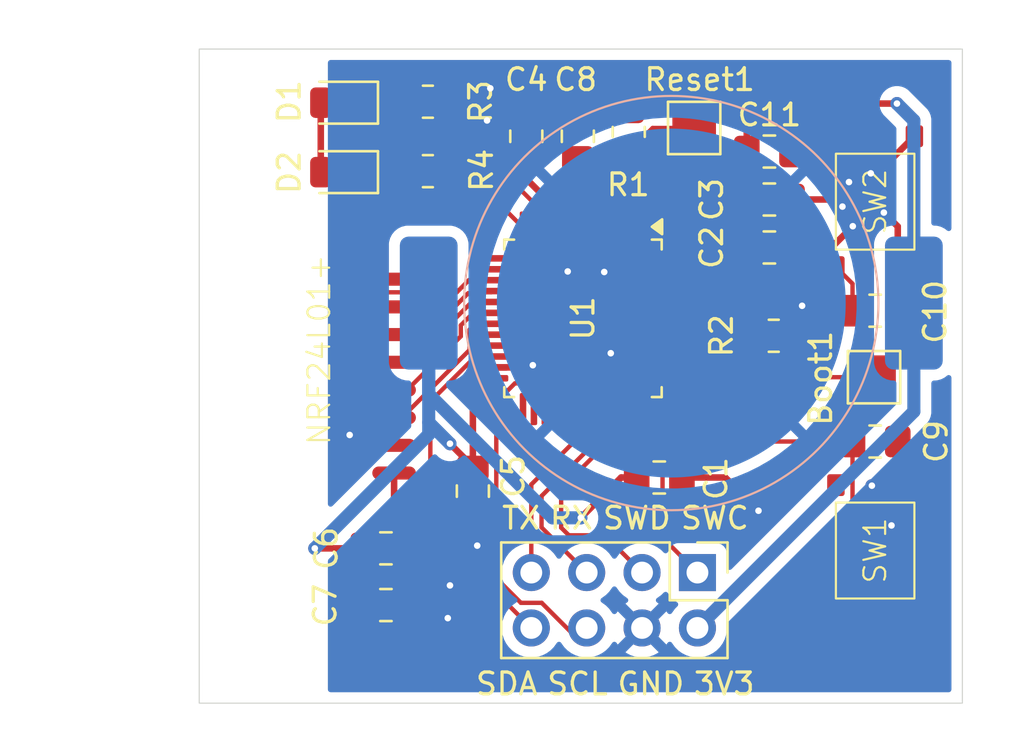
<source format=kicad_pcb>
(kicad_pcb (version 20241229) (generator "pcbnew") (generator_version "9.0")
  (layers (0 "F.Cu" signal) (2 "B.Cu" signal) (13 "F.Paste" user) (15 "B.Paste" user) (5 "F.SilkS" user "F.Silkscreen") (7 "B.SilkS" user "B.Silkscreen") (1 "F.Mask" user) (3 "B.Mask" user) (25 "Edge.Cuts" user))
  (net 0 "")
  (net 1 "/SCL")
  (net 2 "/SWCLK")
  (net 3 "/SWDIO")
  (net 4 "GND")
  (net 5 "+3V3")
  (net 6 "/RESET")
  (net 7 "Net-(D1-K)")
  (net 8 "Net-(D2-K)")
  (net 9 "/BOOT")
  (net 10 "/USART1_RX")
  (net 11 "/USART1_TX")
  (net 12 "/SPI_CE")
  (net 13 "/SPI_MISO")
  (net 14 "/SPI_MOSI")
  (net 15 "/SPI_SCK")
  (net 16 "/SPI_CSN")
  (net 17 "/LED_RED")
  (net 18 "/LED_GREEN")
  (net 19 "/ADC_V_EXT")
  (net 41 "/SW1")
  (net 42 "/SW2")
  (net 44 "/SDA")
  (footprint "Resistor_SMD:R_0805_2012Metric" (layer "F.Cu") (at 126.35 113.15)
    (property "Reference" "R2" (at -2.4 0 90) (layer "F.SilkS"))
    (property "Value" "100k" (hide yes))
    (fp_line (start -0.227064 -0.735) (end 0.227064 -0.735) (stroke (width 0.12)) (layer "F.SilkS"))
    (fp_line (start -0.227064 0.735) (end 0.227064 0.735) (stroke (width 0.12)) (layer "F.SilkS"))
    (pad "1" smd roundrect (at -0.9125 0) (size 1.025 1.4) (layers "F.Cu" "F.Mask" "F.Paste") (roundrect_rratio 0.243902) (net 9 "/BOOT"))
    (pad "2" smd roundrect (at 0.9125 0) (size 1.025 1.4) (layers "F.Cu" "F.Mask" "F.Paste") (roundrect_rratio 0.243902) (net 4 "GND"))
  )
  (footprint "LED_SMD:LED_0805_2012Metric" (layer "F.Cu") (at 106.5125 102.46 180)
    (property "Reference" "D1" (at 2.3875 0.05 90) (layer "F.SilkS"))
    (property "Value" "LED")
    (fp_line (start 1 -0.96) (end -1.685 -0.96) (stroke (width 0.12)) (layer "F.SilkS"))
    (fp_line (start -1.685 0.96) (end 1 0.96) (stroke (width 0.12)) (layer "F.SilkS"))
    (fp_line (start -1.685 -0.96) (end -1.685 0.96) (stroke (width 0.12)) (layer "F.SilkS"))
    (pad "1" smd roundrect (at -0.9375 0 180) (size 0.975 1.4) (layers "F.Cu" "F.Mask" "F.Paste") (net 7 "Net-(D1-K)"))
    (pad "2" smd roundrect (at 0.9375 0 180) (size 0.975 1.4) (layers "F.Cu" "F.Mask" "F.Paste") (net 5 "+3V3"))
  )
  (footprint "Resistor_SMD:R_0805_2012Metric" (layer "F.Cu") (at 110.4875 105.6)
    (property "Reference" "R4" (at 2.4625 -0.04 90) (layer "F.SilkS"))
    (property "Value" "10k")
    (fp_line (start -0.227064 -0.735) (end 0.227064 -0.735) (stroke (width 0.12)) (layer "F.SilkS"))
    (fp_line (start -0.227064 0.735) (end 0.227064 0.735) (stroke (width 0.12)) (layer "F.SilkS"))
    (pad "1" smd roundrect (at -0.9125 0) (size 1.025 1.4) (layers "F.Cu" "F.Mask" "F.Paste") (roundrect_rratio 0.243902) (net 8 "Net-(D2-K)"))
    (pad "2" smd roundrect (at 0.9125 0) (size 1.025 1.4) (layers "F.Cu" "F.Mask" "F.Paste") (roundrect_rratio 0.243902) (net 18 "/LED_GREEN"))
  )
  (footprint "Capacitor_SMD:C_0805_2012Metric_Pad1.18x1.45mm_HandSolder" (layer "F.Cu") (at 117.365 104 90)
    (property "Reference" "C8" (at 2.6 -0.1 180) (layer "F.SilkS"))
    (property "Value" "100n")
    (fp_line (start -0.261252 -0.735) (end 0.261252 -0.735) (stroke (width 0.12)) (layer "F.SilkS"))
    (fp_line (start -0.261252 0.735) (end 0.261252 0.735) (stroke (width 0.12)) (layer "F.SilkS"))
    (pad "1" smd roundrect (at -1.0375 0 90) (size 1.175 1.45) (layers "F.Cu" "F.Mask" "F.Paste") (roundrect_rratio 0.212766) (net 6 "/RESET"))
    (pad "2" smd roundrect (at 1.0375 0 90) (size 1.175 1.45) (layers "F.Cu" "F.Mask" "F.Paste") (roundrect_rratio 0.212766) (net 4 "GND"))
  )
  (footprint "Capacitor_SMD:C_0805_2012Metric_Pad1.18x1.45mm_HandSolder" (layer "F.Cu") (at 108.5625 125.5)
    (property "Reference" "C7" (at -2.7875 0 90) (layer "F.SilkS"))
    (property "Value" "100n")
    (fp_line (start -0.261252 -0.735) (end 0.261252 -0.735) (stroke (width 0.12)) (layer "F.SilkS"))
    (fp_line (start -0.261252 0.735) (end 0.261252 0.735) (stroke (width 0.12)) (layer "F.SilkS"))
    (pad "1" smd roundrect (at -1.0375 0) (size 1.175 1.45) (layers "F.Cu" "F.Mask" "F.Paste") (roundrect_rratio 0.212766) (net 5 "+3V3"))
    (pad "2" smd roundrect (at 1.0375 0) (size 1.175 1.45) (layers "F.Cu" "F.Mask" "F.Paste") (roundrect_rratio 0.212766) (net 4 "GND"))
  )
  (footprint "LED_SMD:LED_0805_2012Metric" (layer "F.Cu") (at 106.5125 105.645 180)
    (property "Reference" "D2" (at 2.3875 -0.015 90) (layer "F.SilkS"))
    (property "Value" "LED")
    (fp_line (start 1 -0.96) (end -1.685 -0.96) (stroke (width 0.12)) (layer "F.SilkS"))
    (fp_line (start -1.685 0.96) (end 1 0.96) (stroke (width 0.12)) (layer "F.SilkS"))
    (fp_line (start -1.685 -0.96) (end -1.685 0.96) (stroke (width 0.12)) (layer "F.SilkS"))
    (pad "1" smd roundrect (at -0.9375 0 180) (size 0.975 1.4) (layers "F.Cu" "F.Mask" "F.Paste") (net 8 "Net-(D2-K)"))
    (pad "2" smd roundrect (at 0.9375 0 180) (size 0.975 1.4) (layers "F.Cu" "F.Mask" "F.Paste") (net 5 "+3V3"))
  )
  (footprint "Resistor_SMD:R_0805_2012Metric" (layer "F.Cu") (at 110.4875 102.415)
    (property "Reference" "R3" (at 2.4125 -0.005 90) (layer "F.SilkS"))
    (property "Value" "10k")
    (fp_line (start -0.227064 -0.735) (end 0.227064 -0.735) (stroke (width 0.12)) (layer "F.SilkS"))
    (fp_line (start -0.227064 0.735) (end 0.227064 0.735) (stroke (width 0.12)) (layer "F.SilkS"))
    (pad "1" smd roundrect (at -0.9125 0) (size 1.025 1.4) (layers "F.Cu" "F.Mask" "F.Paste") (roundrect_rratio 0.243902) (net 7 "Net-(D1-K)"))
    (pad "2" smd roundrect (at 0.9125 0) (size 1.025 1.4) (layers "F.Cu" "F.Mask" "F.Paste") (roundrect_rratio 0.243902) (net 17 "/LED_RED"))
  )
  (footprint "TestPoint:TestPoint_Pad_2.0x2.0mm" (layer "F.Cu") (at 122.7 103.62)
    (property "Reference" "Reset1" (at 0.25 -2.22 0) (layer "F.SilkS"))
    (property "Value" "TestPoint")
    (fp_line (start -1.2 -1.2) (end 1.2 -1.2) (stroke (width 0.12)) (layer "F.SilkS"))
    (fp_line (start -1.2 1.2) (end -1.2 -1.2) (stroke (width 0.12)) (layer "F.SilkS"))
    (fp_line (start 1.2 -1.2) (end 1.2 1.2) (stroke (width 0.12)) (layer "F.SilkS"))
    (fp_line (start 1.2 1.2) (end -1.2 1.2) (stroke (width 0.12)) (layer "F.SilkS"))
    (pad "1" smd rect (at 0 0) (size 2 2) (layers "F.Cu" "F.Mask") (net 6 "/RESET"))
  )
  (footprint "Capacitor_SMD:C_0805_2012Metric_Pad1.18x1.45mm_HandSolder" (layer "F.Cu") (at 131 118 180)
    (property "Reference" "C9" (at -2.8 0 90) (layer "F.SilkS"))
    (property "Value" "100n")
    (fp_line (start -0.261252 0.735) (end 0.261252 0.735) (stroke (width 0.12)) (layer "F.SilkS"))
    (fp_line (start -0.261252 -0.735) (end 0.261252 -0.735) (stroke (width 0.12)) (layer "F.SilkS"))
    (pad "1" smd roundrect (at -1.0375 0 180) (size 1.175 1.45) (layers "F.Cu" "F.Mask" "F.Paste") (roundrect_rratio 0.212766) (net 4 "GND"))
    (pad "2" smd roundrect (at 1.0375 0 180) (size 1.175 1.45) (layers "F.Cu" "F.Mask" "F.Paste") (roundrect_rratio 0.212766) (net 41 "/SW1"))
  )
  (footprint "Connector_PinHeader_2.54mm:PinHeader_2x04_P2.54mm_Vertical" (layer "F.Cu") (at 122.85 124.01 -90)
    (property "Reference" "J1" (hide yes))
    (property "Value" "Conn_01x08_Pin")
    (fp_line (start -1.38 9) (end 3.92 9) (stroke (width 0.12)) (layer "F.SilkS"))
    (fp_line (start -1.38 1.27) (end -1.38 9) (stroke (width 0.12)) (layer "F.SilkS"))
    (fp_line (start -1.38 1.27) (end 1.27 1.27) (stroke (width 0.12)) (layer "F.SilkS"))
    (fp_line (start 1.27 1.27) (end 1.27 -1.38) (stroke (width 0.12)) (layer "F.SilkS"))
    (fp_line (start -1.38 0) (end -1.38 -1.38) (stroke (width 0.12)) (layer "F.SilkS"))
    (fp_line (start -1.38 -1.38) (end 0 -1.38) (stroke (width 0.12)) (layer "F.SilkS"))
    (fp_line (start 1.27 -1.38) (end 3.92 -1.38) (stroke (width 0.12)) (layer "F.SilkS"))
    (fp_line (start 3.92 -1.38) (end 3.92 9) (stroke (width 0.12)) (layer "F.SilkS"))
    (pad "1" thru_hole rect (at 0 0 270) (size 1.7 1.7) (drill 1) (layers "*.Cu" "*.Mask") (net 2 "/SWCLK"))
    (pad "2" thru_hole circle (at 2.54 0 270) (size 1.7 1.7) (drill 1) (layers "*.Cu" "*.Mask") (net 5 "+3V3"))
    (pad "3" thru_hole circle (at 0 2.54 270) (size 1.7 1.7) (drill 1) (layers "*.Cu" "*.Mask") (net 3 "/SWDIO"))
    (pad "4" thru_hole circle (at 2.54 2.54 270) (size 1.7 1.7) (drill 1) (layers "*.Cu" "*.Mask") (net 4 "GND"))
    (pad "5" thru_hole circle (at 0 5.08 270) (size 1.7 1.7) (drill 1) (layers "*.Cu" "*.Mask") (net 10 "/USART1_RX"))
    (pad "6" thru_hole circle (at 2.54 5.08 270) (size 1.7 1.7) (drill 1) (layers "*.Cu" "*.Mask") (net 1 "/SCL"))
    (pad "7" thru_hole circle (at 0 7.62 270) (size 1.7 1.7) (drill 1) (layers "*.Cu" "*.Mask") (net 11 "/USART1_TX"))
    (pad "8" thru_hole circle (at 2.54 7.62 270) (size 1.7 1.7) (drill 1) (layers "*.Cu" "*.Mask") (net 44 "/SDA"))
  )
  (footprint "Capacitor_SMD:C_0805_2012Metric_Pad1.18x1.45mm_HandSolder" (layer "F.Cu") (at 115 104 90)
    (property "Reference" "C4" (at 2.6 0 180) (layer "F.SilkS"))
    (property "Value" "100n")
    (fp_line (start -0.261252 -0.735) (end 0.261252 -0.735) (stroke (width 0.12)) (layer "F.SilkS"))
    (fp_line (start -0.261252 0.735) (end 0.261252 0.735) (stroke (width 0.12)) (layer "F.SilkS"))
    (pad "1" smd roundrect (at -1.0375 0 90) (size 1.175 1.45) (layers "F.Cu" "F.Mask" "F.Paste") (roundrect_rratio 0.212766) (net 5 "+3V3"))
    (pad "2" smd roundrect (at 1.0375 0 90) (size 1.175 1.45) (layers "F.Cu" "F.Mask" "F.Paste") (roundrect_rratio 0.212766) (net 4 "GND"))
  )
  (footprint "Capacitor_SMD:C_0805_2012Metric_Pad1.18x1.45mm_HandSolder" (layer "F.Cu") (at 126.15 106.9)
    (property "Reference" "C3" (at -2.65 0 90) (layer "F.SilkS"))
    (property "Value" "100n")
    (fp_line (start -0.261252 -0.735) (end 0.261252 -0.735) (stroke (width 0.12)) (layer "F.SilkS"))
    (fp_line (start -0.261252 0.735) (end 0.261252 0.735) (stroke (width 0.12)) (layer "F.SilkS"))
    (pad "1" smd roundrect (at -1.0375 0) (size 1.175 1.45) (layers "F.Cu" "F.Mask" "F.Paste") (roundrect_rratio 0.212766) (net 5 "+3V3"))
    (pad "2" smd roundrect (at 1.0375 0) (size 1.175 1.45) (layers "F.Cu" "F.Mask" "F.Paste") (roundrect_rratio 0.212766) (net 4 "GND"))
  )
  (footprint "TestPoint:TestPoint_Pad_2.0x2.0mm" (layer "F.Cu") (at 130.95 115.05)
    (property "Reference" "Boot1" (at -2.45 0.05 90) (layer "F.SilkS"))
    (property "Value" "TestPoint")
    (fp_line (start -1.2 -1.2) (end 1.2 -1.2) (stroke (width 0.12)) (layer "F.SilkS"))
    (fp_line (start -1.2 1.2) (end -1.2 -1.2) (stroke (width 0.12)) (layer "F.SilkS"))
    (fp_line (start 1.2 -1.2) (end 1.2 1.2) (stroke (width 0.12)) (layer "F.SilkS"))
    (fp_line (start 1.2 1.2) (end -1.2 1.2) (stroke (width 0.12)) (layer "F.SilkS"))
    (pad "1" smd rect (at 0 0) (size 2 2) (layers "F.Cu" "F.Mask") (net 9 "/BOOT"))
  )
  (footprint "Package_QFP:LQFP-48_7x7mm_P0.5mm" (layer "F.Cu") (at 117.6 112.35 -90)
    (property "Reference" "U1" (at 0 0 90) (layer "F.SilkS"))
    (property "Value" "STM32L051C8Tx" (hide yes))
    (fp_line (start -3.61 3.61) (end -3.61 3.16) (stroke (width 0.12)) (layer "F.SilkS"))
    (fp_line (start -3.16 3.61) (end -3.61 3.61) (stroke (width 0.12)) (layer "F.SilkS"))
    (fp_line (start 3.16 3.61) (end 3.61 3.61) (stroke (width 0.12)) (layer "F.SilkS"))
    (fp_line (start 3.61 3.61) (end 3.61 3.16) (stroke (width 0.12)) (layer "F.SilkS"))
    (fp_line (start -3.61 -3.61) (end -3.61 -3.16) (stroke (width 0.12)) (layer "F.SilkS"))
    (fp_line (start -3.16 -3.61) (end -3.61 -3.61) (stroke (width 0.12)) (layer "F.SilkS"))
    (fp_line (start 3.16 -3.61) (end 3.61 -3.61) (stroke (width 0.12)) (layer "F.SilkS"))
    (fp_line (start 3.61 -3.61) (end 3.61 -3.16) (stroke (width 0.12)) (layer "F.SilkS"))
    (fp_poly (pts (xy -4.2 -3.16) (xy -4.54 -3.63) (xy -3.86 -3.63)) (stroke (width 0.12)) (fill yes) (layer "F.SilkS"))
    (pad "1" smd roundrect (at -4.1625 -2.75 270) (size 1.475 0.3) (layers "F.Cu" "F.Mask" "F.Paste") (net 5 "+3V3"))
    (pad "2" smd roundrect (at -4.1625 -2.25 270) (size 1.475 0.3) (layers "F.Cu" "F.Mask" "F.Paste"))
    (pad "3" smd roundrect (at -4.1625 -1.75 270) (size 1.475 0.3) (layers "F.Cu" "F.Mask" "F.Paste"))
    (pad "4" smd roundrect (at -4.1625 -1.25 270) (size 1.475 0.3) (layers "F.Cu" "F.Mask" "F.Paste"))
    (pad "5" smd roundrect (at -4.1625 -0.75 270) (size 1.475 0.3) (layers "F.Cu" "F.Mask" "F.Paste"))
    (pad "6" smd roundrect (at -4.1625 -0.25 270) (size 1.475 0.3) (layers "F.Cu" "F.Mask" "F.Paste"))
    (pad "7" smd roundrect (at -4.1625 0.25 270) (size 1.475 0.3) (layers "F.Cu" "F.Mask" "F.Paste") (net 6 "/RESET"))
    (pad "8" smd roundrect (at -4.1625 0.75 270) (size 1.475 0.3) (layers "F.Cu" "F.Mask" "F.Paste") (net 4 "GND"))
    (pad "9" smd roundrect (at -4.1625 1.25 270) (size 1.475 0.3) (layers "F.Cu" "F.Mask" "F.Paste") (net 5 "+3V3"))
    (pad "10" smd roundrect (at -4.1625 1.75 270) (size 1.475 0.3) (layers "F.Cu" "F.Mask" "F.Paste") (net 19 "/ADC_V_EXT"))
    (pad "11" smd roundrect (at -4.1625 2.25 270) (size 1.475 0.3) (layers "F.Cu" "F.Mask" "F.Paste") (net 17 "/LED_RED"))
    (pad "12" smd roundrect (at -4.1625 2.75 270) (size 1.475 0.3) (layers "F.Cu" "F.Mask" "F.Paste") (net 18 "/LED_GREEN"))
    (pad "13" smd roundrect (at -2.75 4.1625 270) (size 0.3 1.475) (layers "F.Cu" "F.Mask" "F.Paste"))
    (pad "14" smd roundrect (at -2.25 4.1625 270) (size 0.3 1.475) (layers "F.Cu" "F.Mask" "F.Paste"))
    (pad "15" smd roundrect (at -1.75 4.1625 270) (size 0.3 1.475) (layers "F.Cu" "F.Mask" "F.Paste") (net 15 "/SPI_SCK"))
    (pad "16" smd roundrect (at -1.25 4.1625 270) (size 0.3 1.475) (layers "F.Cu" "F.Mask" "F.Paste") (net 13 "/SPI_MISO"))
    (pad "17" smd roundrect (at -0.75 4.1625 270) (size 0.3 1.475) (layers "F.Cu" "F.Mask" "F.Paste") (net 14 "/SPI_MOSI"))
    (pad "18" smd roundrect (at -0.25 4.1625 270) (size 0.3 1.475) (layers "F.Cu" "F.Mask" "F.Paste") (net 16 "/SPI_CSN"))
    (pad "19" smd roundrect (at 0.25 4.1625 270) (size 0.3 1.475) (layers "F.Cu" "F.Mask" "F.Paste") (net 12 "/SPI_CE"))
    (pad "20" smd roundrect (at 0.75 4.1625 270) (size 0.3 1.475) (layers "F.Cu" "F.Mask" "F.Paste"))
    (pad "21" smd roundrect (at 1.25 4.1625 270) (size 0.3 1.475) (layers "F.Cu" "F.Mask" "F.Paste") (net 1 "/SCL"))
    (pad "22" smd roundrect (at 1.75 4.1625 270) (size 0.3 1.475) (layers "F.Cu" "F.Mask" "F.Paste") (net 44 "/SDA"))
    (pad "23" smd roundrect (at 2.25 4.1625 270) (size 0.3 1.475) (layers "F.Cu" "F.Mask" "F.Paste") (net 4 "GND"))
    (pad "24" smd roundrect (at 2.75 4.1625 270) (size 0.3 1.475) (layers "F.Cu" "F.Mask" "F.Paste") (net 5 "+3V3"))
    (pad "25" smd roundrect (at 4.1625 2.75 270) (size 1.475 0.3) (layers "F.Cu" "F.Mask" "F.Paste"))
    (pad "26" smd roundrect (at 4.1625 2.25 270) (size 1.475 0.3) (layers "F.Cu" "F.Mask" "F.Paste"))
    (pad "27" smd roundrect (at 4.1625 1.75 270) (size 1.475 0.3) (layers "F.Cu" "F.Mask" "F.Paste"))
    (pad "28" smd roundrect (at 4.1625 1.25 270) (size 1.475 0.3) (layers "F.Cu" "F.Mask" "F.Paste"))
    (pad "29" smd roundrect (at 4.1625 0.75 270) (size 1.475 0.3) (layers "F.Cu" "F.Mask" "F.Paste"))
    (pad "30" smd roundrect (at 4.1625 0.25 270) (size 1.475 0.3) (layers "F.Cu" "F.Mask" "F.Paste") (net 11 "/USART1_TX"))
    (pad "31" smd roundrect (at 4.1625 -0.25 270) (size 1.475 0.3) (layers "F.Cu" "F.Mask" "F.Paste") (net 10 "/USART1_RX"))
    (pad "32" smd roundrect (at 4.1625 -0.75 270) (size 1.475 0.3) (layers "F.Cu" "F.Mask" "F.Paste"))
    (pad "33" smd roundrect (at 4.1625 -1.25 270) (size 1.475 0.3) (layers "F.Cu" "F.Mask" "F.Paste"))
    (pad "34" smd roundrect (at 4.1625 -1.75 270) (size 1.475 0.3) (layers "F.Cu" "F.Mask" "F.Paste") (net 3 "/SWDIO"))
    (pad "35" smd roundrect (at 4.1625 -2.25 270) (size 1.475 0.3) (layers "F.Cu" "F.Mask" "F.Paste") (net 4 "GND"))
    (pad "36" smd roundrect (at 4.1625 -2.75 270) (size 1.475 0.3) (layers "F.Cu" "F.Mask" "F.Paste") (net 5 "+3V3"))
    (pad "37" smd roundrect (at 2.75 -4.1625 270) (size 0.3 1.475) (layers "F.Cu" "F.Mask" "F.Paste") (net 2 "/SWCLK"))
    (pad "38" smd roundrect (at 2.25 -4.1625 270) (size 0.3 1.475) (layers "F.Cu" "F.Mask" "F.Paste") (net 41 "/SW1"))
    (pad "39" smd roundrect (at 1.75 -4.1625 270) (size 0.3 1.475) (layers "F.Cu" "F.Mask" "F.Paste"))
    (pad "40" smd roundrect (at 1.25 -4.1625 270) (size 0.3 1.475) (layers "F.Cu" "F.Mask" "F.Paste"))
    (pad "41" smd roundrect (at 0.75 -4.1625 270) (size 0.3 1.475) (layers "F.Cu" "F.Mask" "F.Paste"))
    (pad "42" smd roundrect (at 0.25 -4.1625 270) (size 0.3 1.475) (layers "F.Cu" "F.Mask" "F.Paste"))
    (pad "43" smd roundrect (at -0.25 -4.1625 270) (size 0.3 1.475) (layers "F.Cu" "F.Mask" "F.Paste"))
    (pad "44" smd roundrect (at -0.75 -4.1625 270) (size 0.3 1.475) (layers "F.Cu" "F.Mask" "F.Paste") (net 9 "/BOOT"))
    (pad "45" smd roundrect (at -1.25 -4.1625 270) (size 0.3 1.475) (layers "F.Cu" "F.Mask" "F.Paste"))
    (pad "46" smd roundrect (at -1.75 -4.1625 270) (size 0.3 1.475) (layers "F.Cu" "F.Mask" "F.Paste") (net 42 "/SW2"))
    (pad "47" smd roundrect (at -2.25 -4.1625 270) (size 0.3 1.475) (layers "F.Cu" "F.Mask" "F.Paste") (net 4 "GND"))
    (pad "48" smd roundrect (at -2.75 -4.1625 270) (size 0.3 1.475) (layers "F.Cu" "F.Mask" "F.Paste") (net 5 "+3V3"))
  )
  (footprint "PVDW_custom:NRF24L01MINI" (layer "F.Cu") (at 108.9375 119.445 180)
    (property "Reference" "NRF1" (hide yes))
    (property "Value" "~" (hide yes))
    (fp_text user "NRF24L01+" (at 2.85 1.21 90) (layer "F.SilkS") (effects (font (thickness 0.1)) (justify left bottom)))
    (pad "1" smd oval (at 0 0 180) (size 2 0.6) (layers "F.Cu" "F.Mask" "F.Paste") (net 5 "+3V3"))
    (pad "2" smd oval (at 0 1.27 180) (size 2 0.6) (layers "F.Cu" "F.Mask" "F.Paste") (net 4 "GND"))
    (pad "3" smd oval (at 0 2.54 180) (size 2 0.6) (layers "F.Cu" "F.Mask" "F.Paste") (net 12 "/SPI_CE"))
    (pad "4" smd oval (at 0 3.81 180) (size 2 0.6) (layers "F.Cu" "F.Mask" "F.Paste") (net 16 "/SPI_CSN"))
    (pad "5" smd oval (at 0 5.08 180) (size 2 0.6) (layers "F.Cu" "F.Mask" "F.Paste") (net 15 "/SPI_SCK"))
    (pad "6" smd oval (at 0 6.35 180) (size 2 0.6) (layers "F.Cu" "F.Mask" "F.Paste") (net 14 "/SPI_MOSI"))
    (pad "7" smd oval (at 0 7.62 180) (size 2 0.6) (layers "F.Cu" "F.Mask" "F.Paste") (net 13 "/SPI_MISO"))
    (pad "8" smd oval (at 0 8.89 180) (size 2 0.6) (layers "F.Cu" "F.Mask" "F.Paste"))
  )
  (footprint "PVDW_custom:SW_Push_4Pin" (layer "F.Cu") (at 131 107 90)
    (property "Reference" "SW2" (at 0 0 90) (layer "F.SilkS") (effects (font (thickness 0.1))))
    (property "Value" "SW_Push" (hide yes))
    (fp_rect (start -2.2 -1.8) (end 2.2 1.8) (stroke (width 0.1)) (fill no) (layer "F.SilkS"))
    (pad "1" smd roundrect (at -3 -1.8 90) (size 1 0.8) (layers "F.Cu" "F.Mask" "F.Paste") (roundrect_rratio 0.15) (net 42 "/SW2"))
    (pad "2" smd roundrect (at 3 1.8 90) (size 1 0.8) (layers "F.Cu" "F.Mask" "F.Paste") (roundrect_rratio 0.15) (net 4 "GND"))
    (pad "3" smd roundrect (at -3 1.8 90) (size 1 0.8) (layers "F.Cu" "F.Mask" "F.Paste") (roundrect_rratio 0.15))
    (pad "4" smd roundrect (at 3 -1.8 90) (size 1 0.8) (layers "F.Cu" "F.Mask" "F.Paste") (roundrect_rratio 0.15))
  )
  (footprint "Capacitor_SMD:C_0805_2012Metric_Pad1.18x1.45mm_HandSolder" (layer "F.Cu") (at 108.5625 122.9)
    (property "Reference" "C6" (at -2.7375 0 90) (layer "F.SilkS"))
    (property "Value" "4.7u")
    (fp_line (start -0.261252 -0.735) (end 0.261252 -0.735) (stroke (width 0.12)) (layer "F.SilkS"))
    (fp_line (start -0.261252 0.735) (end 0.261252 0.735) (stroke (width 0.12)) (layer "F.SilkS"))
    (pad "1" smd roundrect (at -1.0375 0) (size 1.175 1.45) (layers "F.Cu" "F.Mask" "F.Paste") (roundrect_rratio 0.212766) (net 5 "+3V3"))
    (pad "2" smd roundrect (at 1.0375 0) (size 1.175 1.45) (layers "F.Cu" "F.Mask" "F.Paste") (roundrect_rratio 0.212766) (net 4 "GND"))
  )
  (footprint "Capacitor_SMD:C_0805_2012Metric_Pad1.18x1.45mm_HandSolder" (layer "F.Cu") (at 112.55 120.275 -90)
    (property "Reference" "C5" (at -0.675 -1.85 90) (layer "F.SilkS"))
    (property "Value" "100n")
    (fp_line (start -0.261252 0.735) (end 0.261252 0.735) (stroke (width 0.12)) (layer "F.SilkS"))
    (fp_line (start -0.261252 -0.735) (end 0.261252 -0.735) (stroke (width 0.12)) (layer "F.SilkS"))
    (pad "1" smd roundrect (at -1.0375 0 270) (size 1.175 1.45) (layers "F.Cu" "F.Mask" "F.Paste") (roundrect_rratio 0.212766) (net 5 "+3V3"))
    (pad "2" smd roundrect (at 1.0375 0 270) (size 1.175 1.45) (layers "F.Cu" "F.Mask" "F.Paste") (roundrect_rratio 0.212766) (net 4 "GND"))
  )
  (footprint "PVDW_custom:SW_Push_4Pin" (layer "F.Cu") (at 131 123 90)
    (property "Reference" "SW1" (at 0 0 90) (layer "F.SilkS") (effects (font (thickness 0.1))))
    (property "Value" "SW_Push" (hide yes))
    (fp_rect (start -2.2 -1.8) (end 2.2 1.8) (stroke (width 0.1)) (fill no) (layer "F.SilkS"))
    (pad "1" smd roundrect (at -3 -1.8 90) (size 1 0.8) (layers "F.Cu" "F.Mask" "F.Paste") (roundrect_rratio 0.15) (net 41 "/SW1"))
    (pad "2" smd roundrect (at 3 1.8 90) (size 1 0.8) (layers "F.Cu" "F.Mask" "F.Paste") (roundrect_rratio 0.15) (net 4 "GND"))
    (pad "3" smd roundrect (at -3 1.8 90) (size 1 0.8) (layers "F.Cu" "F.Mask" "F.Paste") (roundrect_rratio 0.15))
    (pad "4" smd roundrect (at 3 -1.8 90) (size 1 0.8) (layers "F.Cu" "F.Mask" "F.Paste") (roundrect_rratio 0.15))
  )
  (footprint "Resistor_SMD:R_0805_2012Metric" (layer "F.Cu") (at 119.7 103.8 -90)
    (property "Reference" "R1" (at 2.425 0.025 180) (layer "F.SilkS"))
    (property "Value" "100k")
    (fp_line (start -0.227064 0.735) (end 0.227064 0.735) (stroke (width 0.12)) (layer "F.SilkS"))
    (fp_line (start -0.227064 -0.735) (end 0.227064 -0.735) (stroke (width 0.12)) (layer "F.SilkS"))
    (pad "1" smd roundrect (at -0.9125 0 270) (size 1.025 1.4) (layers "F.Cu" "F.Mask" "F.Paste") (roundrect_rratio 0.243902) (net 5 "+3V3"))
    (pad "2" smd roundrect (at 0.9125 0 270) (size 1.025 1.4) (layers "F.Cu" "F.Mask" "F.Paste") (roundrect_rratio 0.243902) (net 6 "/RESET"))
  )
  (footprint "Capacitor_SMD:C_0805_2012Metric_Pad1.18x1.45mm_HandSolder" (layer "F.Cu") (at 126.15 109.1)
    (property "Reference" "C2" (at -2.65 0 90) (layer "F.SilkS"))
    (property "Value" "100n")
    (fp_line (start -0.261252 -0.735) (end 0.261252 -0.735) (stroke (width 0.12)) (layer "F.SilkS"))
    (fp_line (start -0.261252 0.735) (end 0.261252 0.735) (stroke (width 0.12)) (layer "F.SilkS"))
    (pad "1" smd roundrect (at -1.0375 0) (size 1.175 1.45) (layers "F.Cu" "F.Mask" "F.Paste") (roundrect_rratio 0.212766) (net 5 "+3V3"))
    (pad "2" smd roundrect (at 1.0375 0) (size 1.175 1.45) (layers "F.Cu" "F.Mask" "F.Paste") (roundrect_rratio 0.212766) (net 4 "GND"))
  )
  (footprint "Capacitor_SMD:C_0805_2012Metric_Pad1.18x1.45mm_HandSolder" (layer "F.Cu") (at 131 112)
    (property "Reference" "C10" (at 2.75 0.05 90) (layer "F.SilkS"))
    (property "Value" "100n")
    (fp_line (start -0.261252 -0.735) (end 0.261252 -0.735) (stroke (width 0.12)) (layer "F.SilkS"))
    (fp_line (start -0.261252 0.735) (end 0.261252 0.735) (stroke (width 0.12)) (layer "F.SilkS"))
    (pad "1" smd roundrect (at -1.0375 0) (size 1.175 1.45) (layers "F.Cu" "F.Mask" "F.Paste") (roundrect_rratio 0.212766) (net 42 "/SW2"))
    (pad "2" smd roundrect (at 1.0375 0) (size 1.175 1.45) (layers "F.Cu" "F.Mask" "F.Paste") (roundrect_rratio 0.212766) (net 4 "GND"))
  )
  (footprint "Capacitor_SMD:C_0805_2012Metric_Pad1.18x1.45mm_HandSolder" (layer "F.Cu") (at 126.15 104.7)
    (property "Reference" "C11" (at 0 -1.68 0) (layer "F.SilkS"))
    (property "Value" "4.7u")
    (fp_line (start -0.261252 -0.735) (end 0.261252 -0.735) (stroke (width 0.12)) (layer "F.SilkS"))
    (fp_line (start -0.261252 0.735) (end 0.261252 0.735) (stroke (width 0.12)) (layer "F.SilkS"))
    (pad "1" smd roundrect (at -1.0375 0) (size 1.175 1.45) (layers "F.Cu" "F.Mask" "F.Paste") (roundrect_rratio 0.212766) (net 5 "+3V3"))
    (pad "2" smd roundrect (at 1.0375 0) (size 1.175 1.45) (layers "F.Cu" "F.Mask" "F.Paste") (roundrect_rratio 0.212766) (net 4 "GND"))
  )
  (footprint "Capacitor_SMD:C_0805_2012Metric_Pad1.18x1.45mm_HandSolder" (layer "F.Cu") (at 121.1 119.65)
    (property "Reference" "C1" (at 2.6 0.05 90) (layer "F.SilkS"))
    (property "Value" "100n")
    (fp_line (start -0.261252 -0.735) (end 0.261252 -0.735) (stroke (width 0.12)) (layer "F.SilkS"))
    (fp_line (start -0.261252 0.735) (end 0.261252 0.735) (stroke (width 0.12)) (layer "F.SilkS"))
    (pad "1" smd roundrect (at -1.0375 0) (size 1.175 1.45) (layers "F.Cu" "F.Mask" "F.Paste") (roundrect_rratio 0.212766) (net 5 "+3V3"))
    (pad "2" smd roundrect (at 1.0375 0) (size 1.175 1.45) (layers "F.Cu" "F.Mask" "F.Paste") (roundrect_rratio 0.212766) (net 4 "GND"))
  )
  (footprint "PVDW_custom:CR2032_SMD" (layer "B.Cu") (at 121.65 111.65 180)
    (property "Reference" "BT1" (hide yes))
    (property "Value" "Battery_Cell")
    (fp_circle (center 0 0) (end 9.5 0) (stroke (width 0.1)) (fill no) (layer "B.SilkS"))
    (pad "1" smd roundrect (at -11.125 0 180) (size 2.65 6.1) (layers "B.Cu" "B.Mask" "B.Paste") (roundrect_rratio 0.15) (net 5 "+3V3"))
    (pad "1" smd roundrect (at 11.125 0 180) (size 2.65 6.1) (layers "B.Cu" "B.Mask" "B.Paste") (roundrect_rratio 0.15) (net 5 "+3V3"))
    (pad "2" smd circle (at 0 0 180) (size 16 16) (layers "B.Cu" "B.Mask" "B.Paste") (net 4 "GND"))
  )
  (gr_rect (start 100 100) (end 135 130) (stroke (width 0.05)) (fill no) (layer "Edge.Cuts"))
  (gr_text "SWD" (at 118.425397 122.1 0) (layer "F.SilkS") (effects (font (size 1 1)) (justify left bottom)))
  (gr_text "TX" (at 113.8 122.1 0) (layer "F.SilkS") (effects (font (size 1 1)) (justify left bottom)))
  (gr_text "3V3" (at 122.6 129.7 0) (layer "F.SilkS") (effects (font (size 1 1)) (justify left bottom)))
  (gr_text "GND" (at 119.092064 129.7 0) (layer "F.SilkS") (effects (font (size 1 1)) (justify left bottom)))
  (gr_text "RX" (at 115.993651 122.1 0) (layer "F.SilkS") (effects (font (size 1 1)) (justify left bottom)))
  (gr_text "SCL" (at 115.869841 129.7 0) (layer "F.SilkS") (effects (font (size 1 1)) (justify left bottom)))
  (gr_text "SWC" (at 122 122.1 0) (layer "F.SilkS") (effects (font (size 1 1)) (justify left bottom)))
  (gr_text "SDA" (at 112.6 129.7 0) (layer "F.SilkS") (effects (font (size 1 1)) (justify left bottom)))
  (segment (start 114.75324 125.399) (end 115.70676 125.399) (width 0.2) (layer "F.Cu") (net 1))
  (segment (start 115.317119 115.332824) (end 114.476 115.332824) (width 0.2) (layer "F.Cu") (net 1))
  (segment (start 113.62431 124.27007) (end 114.75324 125.399) (width 0.2) (layer "F.Cu") (net 1))
  (segment (start 115.249942 113.599999) (end 115.901 114.251057) (width 0.2) (layer "F.Cu") (net 1))
  (segment (start 115.901 114.748943) (end 115.317119 115.332824) (width 0.2) (layer "F.Cu") (net 1))
  (segment (start 115.70676 125.399) (end 117.2 126.89224) (width 0.2) (layer "F.Cu") (net 1))
  (segment (start 113.62431 116.184514) (end 113.62431 124.27007) (width 0.2) (layer "F.Cu") (net 1))
  (segment (start 113.4375 113.599999) (end 115.249942 113.599999) (width 0.2) (layer "F.Cu") (net 1))
  (segment (start 115.901 114.251057) (end 115.901 114.748943) (width 0.2) (layer "F.Cu") (net 1))
  (segment (start 114.476 115.332824) (end 113.62431 116.184514) (width 0.2) (layer "F.Cu") (net 1))
  (segment (start 121.249 115.6135) (end 121.7625 115.1) (width 0.2) (layer "F.Cu") (net 2))
  (segment (start 121.249 122.409) (end 121.249 115.6135) (width 0.2) (layer "F.Cu") (net 2))
  (segment (start 122.85 124.01) (end 121.249 122.409) (width 0.2) (layer "F.Cu") (net 2))
  (segment (start 120.31 124.01) (end 118.601 122.301) (width 0.2) (layer "F.Cu") (net 3))
  (segment (start 116.599 120.1681) (end 119.35 117.4171) (width 0.2) (layer "F.Cu") (net 3))
  (segment (start 116.951057 122.301) (end 116.599 121.948943) (width 0.2) (layer "F.Cu") (net 3))
  (segment (start 119.35 117.4171) (end 119.35 116.5125) (width 0.2) (layer "F.Cu") (net 3))
  (segment (start 118.601 122.301) (end 116.951057 122.301) (width 0.2) (layer "F.Cu") (net 3))
  (segment (start 116.599 121.948943) (end 116.599 120.1681) (width 0.2) (layer "F.Cu") (net 3))
  (segment (start 116.6 101.8) (end 116.625 101.775) (width 0.3) (layer "F.Cu") (net 4))
  (segment (start 124.125 119.65) (end 125.65 121.175) (width 0.3) (layer "F.Cu") (net 4))
  (segment (start 118.7 110.1) (end 118.575 110.225) (width 0.3) (layer "F.Cu") (net 4))
  (segment (start 109.6 125.5) (end 110.8 125.5) (width 0.3) (layer "F.Cu") (net 4))
  (segment (start 116.85 110.15) (end 116.9 110.2) (width 0.3) (layer "F.Cu") (net 4))
  (segment (start 122.1375 119.65) (end 124.125 119.65) (width 0.3) (layer "F.Cu") (net 4))
  (segment (start 115.2 114.6) (end 115.3 114.5) (width 0.3) (layer "F.Cu") (net 4))
  (segment (start 109.6 122.9) (end 111.3 124.6) (width 0.3) (layer "F.Cu") (net 4))
  (segment (start 132.0375 108.1375) (end 131.4 107.5) (width 0.3) (layer "F.Cu") (net 4))
  (segment (start 116.625 101.775) (end 117.365 102.515) (width 0.3) (layer "F.Cu") (net 4))
  (segment (start 117.365 102.515) (end 117.365 102.9625) (width 0.3) (layer "F.Cu") (net 4))
  (segment (start 108.9375 118.175) (end 107.375 118.175) (width 0.3) (layer "F.Cu") (net 4))
  (segment (start 127.1875 109.1) (end 129 109.1) (width 0.3) (layer "F.Cu") (net 4))
  (segment (start 112.55 121.3125) (end 112.55 122.575) (width 0.3) (layer "F.Cu") (net 4))
  (segment (start 129 109.1) (end 129.975 108.125) (width 0.3) (layer "F.Cu") (net 4))
  (segment (start 127.2625 113.15) (end 127.2625 112.1625) (width 0.3) (layer "F.Cu") (net 4))
  (segment (start 113.35 101.8) (end 116.6 101.8) (width 0.3) (layer "F.Cu") (net 4))
  (segment (start 132.0375 112) (end 132.0375 108.1375) (width 0.3) (layer "F.Cu") (net 4))
  (segment (start 129.175 106.9) (end 129.5 107.225) (width 0.3) (layer "F.Cu") (net 4))
  (segment (start 127.1875 104.7) (end 128.4 104.7) (width 0.3) (layer "F.Cu") (net 4))
  (segment (start 131.1 105.7) (end 130.8 105.7) (width 0.3) (layer "F.Cu") (net 4))
  (segment (start 108.9375 118.175) (end 109.675 118.175) (width 0.3) (layer "F.Cu") (net 4))
  (segment (start 116.85 108.1875) (end 116.85 110.15) (width 0.3) (layer "F.Cu") (net 4))
  (segment (start 132.0375 118) (end 132.0375 118.8375) (width 0.3) (layer "F.Cu") (net 4))
  (segment (start 119.85 116.5125) (end 119.85 114.925) (width 0.3) (layer "F.Cu") (net 4))
  (segment (start 127.2625 112.1625) (end 127.65 111.775) (width 0.3) (layer "F.Cu") (net 4))
  (segment (start 115 102.9625) (end 113.5125 102.9625) (width 0.3) (layer "F.Cu") (net 4))
  (segment (start 128.4 104.7) (end 129.8 106.1) (width 0.3) (layer "F.Cu") (net 4))
  (segment (start 121.7625 110.1) (end 118.7 110.1) (width 0.3) (layer "F.Cu") (net 4))
  (segment (start 111.3 124.6) (end 111.5 124.6) (width 0.3) (layer "F.Cu") (net 4))
  (segment (start 112.55 122.575) (end 112.75 122.775) (width 0.3) (layer "F.Cu") (net 4))
  (segment (start 127.1875 106.9) (end 129.175 106.9) (width 0.3) (layer "F.Cu") (net 4))
  (segment (start 132.8 120) (end 132.8 120.8) (width 0.3) (layer "F.Cu") (net 4))
  (segment (start 119.85 114.925) (end 118.875 113.95) (width 0.3) (layer "F.Cu") (net 4))
  (segment (start 113.4375 114.6) (end 115.2 114.6) (width 0.3) (layer "F.Cu") (net 4))
  (segment (start 131.625 121.975) (end 131.75 121.85) (width 0.3) (layer "F.Cu") (net 4))
  (segment (start 110.8 125.5) (end 111.4 126.1) (width 0.3) (layer "F.Cu") (net 4))
  (segment (start 132.8 104) (end 131.1 105.7) (width 0.3) (layer "F.Cu") (net 4))
  (segment (start 107.375 118.175) (end 106.9 117.7) (width 0.3) (layer "F.Cu") (net 4))
  (segment (start 113.5125 102.9625) (end 113.2 103.275) (width 0.3) (layer "F.Cu") (net 4))
  (segment (start 132.8 120.8) (end 131.75 121.85) (width 0.3) (layer "F.Cu") (net 4))
  (segment (start 132.0375 118.8375) (end 130.85 120.025) (width 0.3) (layer "F.Cu") (net 4))
  (via (at 113.35 101.8) (size 0.6) (drill 0.3) (layers "F.Cu" "B.Cu") (net 4))
  (via (at 113.2 103.275) (size 0.6) (drill 0.3) (layers "F.Cu" "B.Cu") (net 4))
  (via (at 129.8 106.1) (size 0.6) (drill 0.3) (layers "F.Cu" "B.Cu") (net 4))
  (via (at 131.4 107.5) (size 0.6) (drill 0.3) (layers "F.Cu" "B.Cu") (net 4))
  (via (at 115.3 114.5) (size 0.6) (drill 0.3) (layers "F.Cu" "B.Cu") (net 4))
  (via (at 112.75 122.775) (size 0.6) (drill 0.3) (layers "F.Cu" "B.Cu") (net 4))
  (via (at 129.975 108.125) (size 0.6) (drill 0.3) (layers "F.Cu" "B.Cu") (net 4))
  (via (at 130.85 120.025) (size 0.6) (drill 0.3) (layers "F.Cu" "B.Cu") (net 4))
  (via (at 118.875 113.95) (size 0.6) (drill 0.3) (layers "F.Cu" "B.Cu") (net 4))
  (via (at 116.9 110.2) (size 0.6) (drill 0.3) (layers "F.Cu" "B.Cu") (net 4))
  (via (at 131.75 121.85) (size 0.6) (drill 0.3) (layers "F.Cu" "B.Cu") (net 4))
  (via (at 125.65 121.175) (size 0.6) (drill 0.3) (layers "F.Cu" "B.Cu") (net 4))
  (via (at 106.9 117.7) (size 0.6) (drill 0.3) (layers "F.Cu" "B.Cu") (net 4))
  (via (at 130.8 105.7) (size 0.6) (drill 0.3) (layers "F.Cu" "B.Cu") (net 4))
  (via (at 127.65 111.775) (size 0.6) (drill 0.3) (layers "F.Cu" "B.Cu") (net 4))
  (via (at 111.4 126.1) (size 0.6) (drill 0.3) (layers "F.Cu" "B.Cu") (net 4))
  (via (at 118.575 110.225) (size 0.6) (drill 0.3) (layers "F.Cu" "B.Cu") (net 4))
  (via (at 129.5 107.225) (size 0.6) (drill 0.3) (layers "F.Cu" "B.Cu") (net 4))
  (via (at 111.5 124.6) (size 0.6) (drill 0.3) (layers "F.Cu" "B.Cu") (net 4))
  (segment (start 125.1125 104.7) (end 125.1125 103.3625) (width 0.3) (layer "F.Cu") (net 5))
  (segment (start 125.943 102.5) (end 132 102.5) (width 0.3) (layer "F.Cu") (net 5))
  (segment (start 120.0625 119.65) (end 119.35 119.65) (width 0.3) (layer "F.Cu") (net 5))
  (segment (start 112.13337 101.149) (end 111.91837 101.364) (width 0.3) (layer "F.Cu") (net 5))
  (segment (start 112.55 119.2375) (end 112.55 119.15) (width 0.3) (layer "F.Cu") (net 5))
  (segment (start 125.1125 103.3305) (end 123.582 101.8) (width 0.3) (layer "F.Cu") (net 5))
  (segment (start 117.9615 101.149) (end 112.13337 101.149) (width 0.3) (layer "F.Cu") (net 5))
  (segment (start 111.91837 101.364) (end 106.671 101.364) (width 0.3) (layer "F.Cu") (net 5))
  (segment (start 108.9375 121.4875) (end 107.525 122.9) (width 0.3) (layer "F.Cu") (net 5))
  (segment (start 123.582 101.8) (end 120.7875 101.8) (width 0.3) (layer "F.Cu") (net 5))
  (segment (start 112.55 115.9875) (end 113.4375 115.1) (width 0.3) (layer "F.Cu") (net 5))
  (segment (start 105.3 122.9) (end 105.5 122.9) (width 0.3) (layer "F.Cu") (net 5))
  (segment (start 115 105.0375) (end 114.041846 105.0375) (width 0.3) (layer "F.Cu") (net 5))
  (segment (start 112.2635 103.259154) (end 112.2635 101.70913) (width 0.3) (layer "F.Cu") (net 5))
  (segment (start 114.041846 105.0375) (end 112.2635 103.259154) (width 0.3) (layer "F.Cu") (net 5))
  (segment (start 112.55 119.2375) (end 112.55 115.9875) (width 0.3) (layer "F.Cu") (net 5))
  (segment (start 116.350001 107.299999) (end 115 105.949998) (width 0.3) (layer "F.Cu") (net 5))
  (segment (start 108.9375 119.445) (end 108.9375 121.4875) (width 0.3) (layer "F.Cu") (net 5))
  (segment (start 119.35 119.65) (end 117.5 121.5) (width 0.3) (layer "F.Cu") (net 5))
  (segment (start 112.2635 101.70913) (end 111.91837 101.364) (width 0.3) (layer "F.Cu") (net 5))
  (segment (start 124.6125 109.6) (end 125.1125 109.1) (width 0.3) (layer "F.Cu") (net 5))
  (segment (start 121.6375 106.9) (end 125.1125 106.9) (width 0.3) (layer "F.Cu") (net 5))
  (segment (start 125.1125 106.9) (end 125.1125 104.7) (width 0.3) (layer "F.Cu") (net 5))
  (segment (start 107.525 122.9) (end 107.525 125.5) (width 0.3) (layer "F.Cu") (net 5))
  (segment (start 120.0625 117.6875) (end 120.0625 119.65) (width 0.3) (layer "F.Cu") (net 5))
  (segment (start 106.671 101.364) (end 105.575 102.46) (width 0.3) (layer "F.Cu") (net 5))
  (segment (start 125.1125 104.7) (end 125.1125 103.3305) (width 0.3) (layer "F.Cu") (net 5))
  (segment (start 120.35 116.5125) (end 120.35 117.4) (width 0.3) (layer "F.Cu") (net 5))
  (segment (start 120.35 117.4) (end 120.0625 117.6875) (width 0.3) (layer "F.Cu") (net 5))
  (segment (start 112.55 119.15) (end 111.5 118.1) (width 0.3) (layer "F.Cu") (net 5))
  (segment (start 121.7625 109.6) (end 124.6125 109.6) (width 0.3) (layer "F.Cu") (net 5))
  (segment (start 115 105.949998) (end 115 105.0375) (width 0.3) (layer "F.Cu") (net 5))
  (segment (start 107.525 122.9) (end 105.3 122.9) (width 0.3) (layer "F.Cu") (net 5))
  (segment (start 125.1125 109.1) (end 125.1125 106.9) (width 0.3) (layer "F.Cu") (net 5))
  (segment (start 120.35 108.1875) (end 121.6375 106.9) (width 0.3) (layer "F.Cu") (net 5))
  (segment (start 105.575 102.46) (end 105.575 105.645) (width 0.3) (layer "F.Cu") (net 5))
  (segment (start 120.7875 101.8) (end 119.7 102.8875) (width 0.3) (layer "F.Cu") (net 5))
  (segment (start 116.350001 108.1875) (end 116.350001 107.299999) (width 0.3) (layer "F.Cu") (net 5))
  (segment (start 125.1125 103.3305) (end 125.943 102.5) (width 0.3) (layer "F.Cu") (net 5))
  (segment (start 119.7 102.8875) (end 117.9615 101.149) (width 0.3) (layer "F.Cu") (net 5))
  (via (at 117.5 121.5) (size 0.6) (drill 0.3) (layers "F.Cu" "B.Cu") (net 5))
  (via (at 132 102.5) (size 0.6) (drill 0.3) (layers "F.Cu" "B.Cu") (net 5))
  (via (at 105.3 122.9) (size 0.6) (drill 0.3) (layers "F.Cu" "B.Cu") (net 5))
  (via (at 111.5 118.1) (size 0.6) (drill 0.3) (layers "F.Cu" "B.Cu") (net 5))
  (segment (start 110.525 111.65) (end 110.525 114.525) (width 0.3) (layer "B.Cu") (net 5))
  (segment (start 132.775 111.65) (end 132.775 116.625) (width 0.6) (layer "B.Cu") (net 5))
  (segment (start 132.775 103.275) (end 132 102.5) (width 0.6) (layer "B.Cu") (net 5))
  (segment (start 110.525 111.65) (end 110.525 117.125) (width 0.3) (layer "B.Cu") (net 5))
  (segment (start 132.775 111.65) (end 132.775 103.275) (width 0.6) (layer "B.Cu") (net 5))
  (segment (start 110.525 117.125) (end 111.5 118.1) (width 0.6) (layer "B.Cu") (net 5))
  (segment (start 110.525 111.65) (end 110.525 117.675) (width 0.6) (layer "B.Cu") (net 5))
  (segment (start 110.525 117.675) (end 105.3 122.9) (width 0.6) (layer "B.Cu") (net 5))
  (segment (start 116.2 121.5) (end 117.5 121.5) (width 0.6) (layer "B.Cu") (net 5))
  (segment (start 110.525 115.825) (end 116.2 121.5) (width 0.6) (layer "B.Cu") (net 5))
  (segment (start 110.525 114.525) (end 110.525 115.825) (width 0.6) (layer "B.Cu") (net 5))
  (segment (start 132.775 116.625) (end 122.85 126.55) (width 0.6) (layer "B.Cu") (net 5))
  (segment (start 117.69 104.7125) (end 117.365 105.0375) (width 0.2) (layer "F.Cu") (net 6))
  (segment (start 117.35 105.08) (end 117.35 108.1875) (width 0.2) (layer "F.Cu") (net 6))
  (segment (start 117.365 105.0375) (end 117.365 105.065) (width 0.2) (layer "F.Cu") (net 6))
  (segment (start 120.7925 103.62) (end 119.7 104.7125) (width 0.2) (layer "F.Cu") (net 6))
  (segment (start 122.7 103.62) (end 120.7925 103.62) (width 0.2) (layer "F.Cu") (net 6))
  (segment (start 117.365 105.065) (end 117.35 105.08) (width 0.2) (layer "F.Cu") (net 6))
  (segment (start 119.7 104.7125) (end 117.69 104.7125) (width 0.2) (layer "F.Cu") (net 6))
  (segment (start 109.575 102.415) (end 107.495 102.415) (width 0.2) (layer "F.Cu") (net 7))
  (segment (start 107.495 102.415) (end 107.45 102.46) (width 0.2) (layer "F.Cu") (net 7))
  (segment (start 107.495 105.6) (end 107.45 105.645) (width 0.2) (layer "F.Cu") (net 8))
  (segment (start 109.575 105.6) (end 107.495 105.6) (width 0.2) (layer "F.Cu") (net 8))
  (segment (start 123.8875 111.6) (end 121.7625 111.6) (width 0.2) (layer "F.Cu") (net 9))
  (segment (start 130.95 115.05) (end 127.3375 115.05) (width 0.2) (layer "F.Cu") (net 9))
  (segment (start 125.4375 113.15) (end 123.8875 111.6) (width 0.2) (layer "F.Cu") (net 9))
  (segment (start 127.3375 115.05) (end 125.4375 113.15) (width 0.2) (layer "F.Cu") (net 9))
  (segment (start 117.77 124.01) (end 115.7 121.94) (width 0.2) (layer "F.Cu") (net 10))
  (segment (start 115.7 121.94) (end 115.7 120.5) (width 0.2) (layer "F.Cu") (net 10))
  (segment (start 115.7 120.5) (end 117.85 118.35) (width 0.2) (layer "F.Cu") (net 10))
  (segment (start 117.85 123.93) (end 117.77 124.01) (width 0.2) (layer "F.Cu") (net 10))
  (segment (start 117.85 118.35) (end 117.85 116.5125) (width 0.2) (layer "F.Cu") (net 10))
  (segment (start 115.23 124.01) (end 115.23 119.97) (width 0.2) (layer "F.Cu") (net 11))
  (segment (start 115.3 123.94) (end 115.23 124.01) (width 0.2) (layer "F.Cu") (net 11))
  (segment (start 115.23 119.97) (end 117.35 117.85) (width 0.2) (layer "F.Cu") (net 11))
  (segment (start 117.35 117.85) (end 117.35 116.5125) (width 0.2) (layer "F.Cu") (net 11))
  (segment (start 112.666176 112.6) (end 113.4375 112.6) (width 0.2) (layer "F.Cu") (net 12))
  (segment (start 108.9375 116.905) (end 109.294076 116.905) (width 0.2) (layer "F.Cu") (net 12))
  (segment (start 109.294076 116.905) (end 112.399 113.800076) (width 0.2) (layer "F.Cu") (net 12))
  (segment (start 112.399 113.800076) (end 112.399 112.867176) (width 0.2) (layer "F.Cu") (net 12))
  (segment (start 112.399 112.867176) (end 112.666176 112.6) (width 0.2) (layer "F.Cu") (net 12))
  (segment (start 112.334976 111.199) (end 112.567176 111.199) (width 0.2) (layer "F.Cu") (net 13))
  (segment (start 113.3885 111.149) (end 113.4375 111.1) (width 0.2) (layer "F.Cu") (net 13))
  (segment (start 112.567176 111.199) (end 112.617176 111.149) (width 0.2) (layer "F.Cu") (net 13))
  (segment (start 112.617176 111.149) (end 113.3885 111.149) (width 0.2) (layer "F.Cu") (net 13))
  (segment (start 108.9375 111.825) (end 111.708976 111.825) (width 0.2) (layer "F.Cu") (net 13))
  (segment (start 111.708976 111.825) (end 112.334976 111.199) (width 0.2) (layer "F.Cu") (net 13))
  (segment (start 111.006076 113.095) (end 112.501076 111.6) (width 0.2) (layer "F.Cu") (net 14))
  (segment (start 112.501076 111.6) (end 113.4375 111.6) (width 0.2) (layer "F.Cu") (net 14))
  (segment (start 108.9375 113.095) (end 111.006076 113.095) (width 0.2) (layer "F.Cu") (net 14))
  (segment (start 111.810876 111.156) (end 112.366876 110.6) (width 0.2) (layer "F.Cu") (net 15))
  (segment (start 108.9375 114.365) (end 108.657558 114.365) (width 0.2) (layer "F.Cu") (net 15))
  (segment (start 112.366876 110.6) (end 113.4375 110.6) (width 0.2) (layer "F.Cu") (net 15))
  (segment (start 108.657558 114.365) (end 107.6365 113.343942) (width 0.2) (layer "F.Cu") (net 15))
  (segment (start 107.6365 111.576058) (end 108.056558 111.156) (width 0.2) (layer "F.Cu") (net 15))
  (segment (start 107.6365 113.343942) (end 107.6365 111.576058) (width 0.2) (layer "F.Cu") (net 15))
  (segment (start 108.056558 111.156) (end 111.810876 111.156) (width 0.2) (layer "F.Cu") (net 15))
  (segment (start 109.5375 115.635) (end 111.998 113.1745) (width 0.2) (layer "F.Cu") (net 16))
  (segment (start 111.998 112.670176) (end 112.568176 112.1) (width 0.2) (layer "F.Cu") (net 16))
  (segment (start 112.568176 112.1) (end 113.4375 112.1) (width 0.2) (layer "F.Cu") (net 16))
  (segment (start 108.9375 115.635) (end 109.5375 115.635) (width 0.2) (layer "F.Cu") (net 16))
  (segment (start 111.998 113.1745) (end 111.998 112.670176) (width 0.2) (layer "F.Cu") (net 16))
  (segment (start 111.4 103.115) (end 115.35 107.065) (width 0.2) (layer "F.Cu") (net 17))
  (segment (start 111.4 102.415) (end 111.4 103.115) (width 0.2) (layer "F.Cu") (net 17))
  (segment (start 115.35 107.065) (end 115.35 108.1875) (width 0.2) (layer "F.Cu") (net 17))
  (segment (start 111.4 105.6) (end 112.2625 105.6) (width 0.2) (layer "F.Cu") (net 18))
  (segment (start 112.2625 105.6) (end 114.85 108.1875) (width 0.2) (layer "F.Cu") (net 18))
  (segment (start 129.9625 118) (end 125.933824 118) (width 0.2) (layer "F.Cu") (net 41))
  (segment (start 122.533824 114.6) (end 121.7625 114.6) (width 0.2) (layer "F.Cu") (net 41))
  (segment (start 129.9625 125.2375) (end 129.2 126) (width 0.2) (layer "F.Cu") (net 41))
  (segment (start 129.9625 118) (end 129.9625 125.2375) (width 0.2) (layer "F.Cu") (net 41))
  (segment (start 125.933824 118) (end 122.533824 114.6) (width 0.2) (layer "F.Cu") (net 41))
  (segment (start 129.9625 112) (end 129.9625 110.7625) (width 0.2) (layer "F.Cu") (net 42))
  (segment (start 129.2 110) (end 128.6 110.6) (width 0.2) (layer "F.Cu") (net 42))
  (segment (start 129.9625 110.7625) (end 129.2 110) (width 0.2) (layer "F.Cu") (net 42))
  (segment (start 128.6 110.6) (end 121.7625 110.6) (width 0.2) (layer "F.Cu") (net 42))
  (segment (start 110.6 121.92) (end 115.23 126.55) (width 0.2) (layer "F.Cu") (net 44))
  (segment (start 113.4375 114.1) (end 112.666176 114.1) (width 0.2) (layer "F.Cu") (net 44))
  (segment (start 110.6 116.166176) (end 110.6 121.92) (width 0.2) (layer "F.Cu") (net 44))
  (segment (start 112.666176 114.1) (end 110.6 116.166176) (width 0.2) (layer "F.Cu") (net 44))
  (zone (net 4) (net_name "GND") (layer "B.Cu") (connect_pads (clearance 0.5)) (min_thickness 0.25) (fill yes (thermal_gap 0.5) (thermal_bridge_width 0.5))
    (polygon (pts (xy 137.85 97.75) (xy 105.9 97.79863) (xy 105.9 131.684699) (xy 137.35 131.15)))
  )
)
</source>
